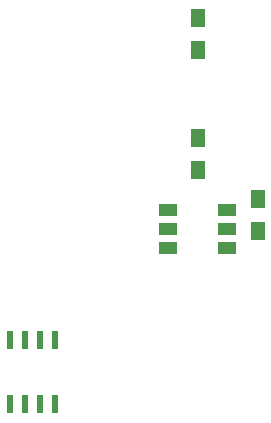
<source format=gtp>
G04 #@! TF.GenerationSoftware,KiCad,Pcbnew,5.0.0-rc2*
G04 #@! TF.CreationDate,2018-12-02T13:55:14-05:00*
G04 #@! TF.ProjectId,uno,756E6F2E6B696361645F706362000000,v1.0*
G04 #@! TF.SameCoordinates,Original*
G04 #@! TF.FileFunction,Paste,Top*
G04 #@! TF.FilePolarity,Positive*
%FSLAX46Y46*%
G04 Gerber Fmt 4.6, Leading zero omitted, Abs format (unit mm)*
G04 Created by KiCad (PCBNEW 5.0.0-rc2) date Sun Dec  2 13:55:14 2018*
%MOMM*%
%LPD*%
G01*
G04 APERTURE LIST*
%ADD10R,1.600000X1.000000*%
%ADD11R,0.600000X1.550000*%
%ADD12R,1.300000X1.500000*%
G04 APERTURE END LIST*
D10*
G04 #@! TO.C,LED1*
X76160000Y-73990000D03*
X76160000Y-72390000D03*
X76160000Y-70790000D03*
X71160000Y-73990000D03*
X71160000Y-72390000D03*
X71160000Y-70790000D03*
G04 #@! TD*
D11*
G04 #@! TO.C,U6*
X57785000Y-87155000D03*
X59055000Y-87155000D03*
X60325000Y-87155000D03*
X61595000Y-87155000D03*
X61595000Y-81755000D03*
X60325000Y-81755000D03*
X59055000Y-81755000D03*
X57785000Y-81755000D03*
G04 #@! TD*
D12*
G04 #@! TO.C,C1*
X78740000Y-69850000D03*
X78740000Y-72550000D03*
G04 #@! TD*
G04 #@! TO.C,R1*
X73660000Y-64690000D03*
X73660000Y-67390000D03*
G04 #@! TD*
G04 #@! TO.C,R2*
X73660000Y-54530000D03*
X73660000Y-57230000D03*
G04 #@! TD*
M02*

</source>
